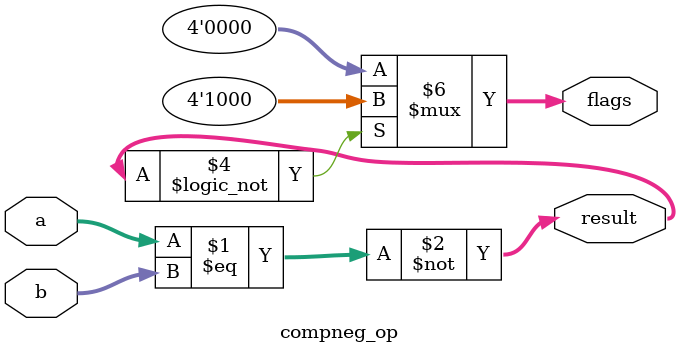
<source format=sv>
module compneg_op #(parameter N=32)
(
  input logic [N-1:0] a,
  input logic [N-1:0] b,
  output logic [N-1:0] result,
  output logic [3:0] flags
);

  assign result = ~(a == b);
  
  //definimos el orden de los flags como (Z)(N)(C)(V)
  
  always @(result)
    begin
      if(result == 32'd0)
	     flags=4'b1000;
		else
			flags=4'b0000;	
    end
endmodule 
</source>
